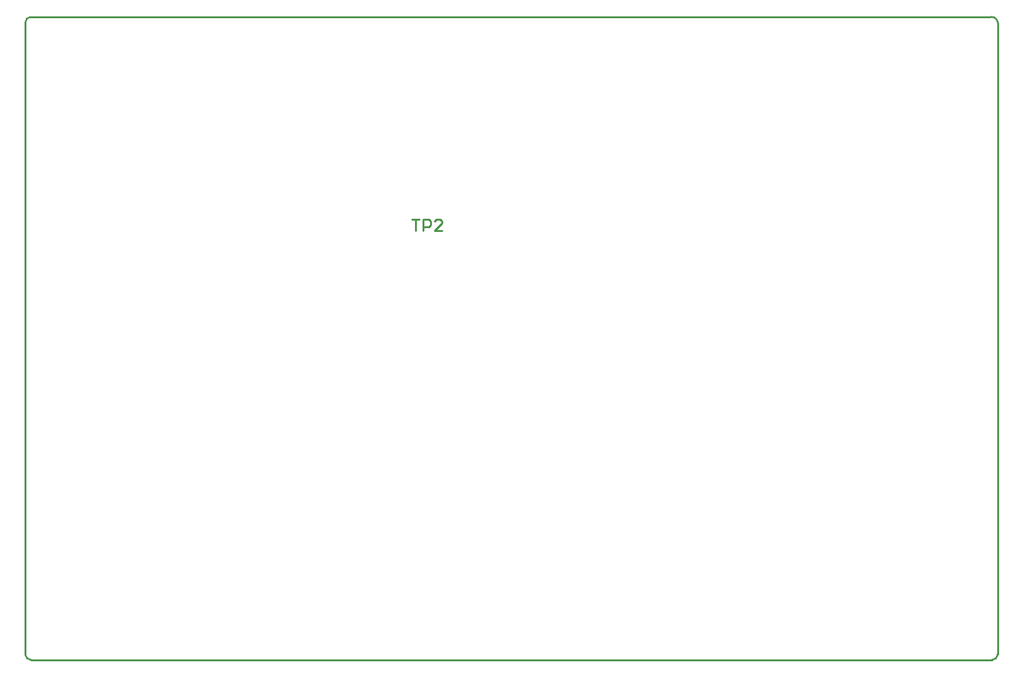
<source format=gbo>
G04*
G04 #@! TF.GenerationSoftware,Altium Limited,Altium Designer,19.1.8 (144)*
G04*
G04 Layer_Color=32896*
%FSLAX44Y44*%
%MOMM*%
G71*
G01*
G75*
%ADD13C,0.2540*%
D13*
X520700Y593085D02*
X530857D01*
X525778D01*
Y577850D01*
X535935D02*
Y593085D01*
X543553D01*
X546092Y590546D01*
Y585467D01*
X543553Y582928D01*
X535935D01*
X561327Y577850D02*
X551170D01*
X561327Y588007D01*
Y590546D01*
X558788Y593085D01*
X553709D01*
X551170Y590546D01*
X1301750Y0D02*
G03*
X1309370Y7620I0J7620D01*
G01*
Y858520D02*
G03*
X1300480Y866140I-8255J-635D01*
G01*
X7620D02*
G03*
X0Y858520I0J-7620D01*
G01*
Y7620D02*
G03*
X7620Y0I7620J0D01*
G01*
X1301750D01*
X1309370Y7620D02*
Y852170D01*
Y858520D01*
X7620Y866140D02*
X1300480D01*
X0Y7620D02*
Y858520D01*
M02*

</source>
